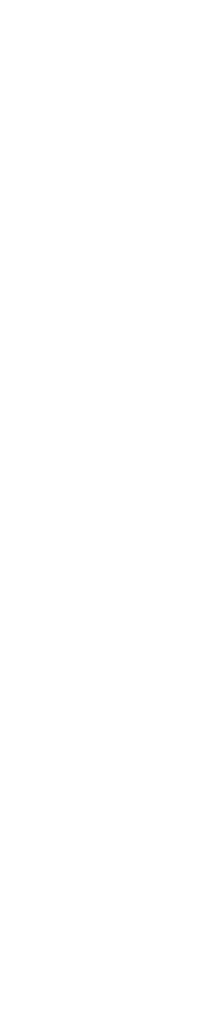
<source format=kicad_pcb>
(kicad_pcb (version 20171130) (host pcbnew "(5.0.1)-4")

  (general
    (thickness 1.6)
    (drawings 29)
    (tracks 0)
    (zones 0)
    (modules 0)
    (nets 1)
  )

  (page A4)
  (layers
    (0 F.Cu signal)
    (31 B.Cu signal)
    (32 B.Adhes user)
    (33 F.Adhes user)
    (34 B.Paste user)
    (35 F.Paste user)
    (36 B.SilkS user)
    (37 F.SilkS user)
    (38 B.Mask user)
    (39 F.Mask user)
    (40 Dwgs.User user)
    (41 Cmts.User user)
    (42 Eco1.User user)
    (43 Eco2.User user)
    (44 Edge.Cuts user)
    (45 Margin user)
    (46 B.CrtYd user)
    (47 F.CrtYd user)
    (48 B.Fab user)
    (49 F.Fab user)
  )

  (setup
    (last_trace_width 0.25)
    (trace_clearance 0.2)
    (zone_clearance 0.508)
    (zone_45_only no)
    (trace_min 0.2)
    (segment_width 0.2)
    (edge_width 0.2)
    (via_size 0.8)
    (via_drill 0.4)
    (via_min_size 0.4)
    (via_min_drill 0.3)
    (uvia_size 0.3)
    (uvia_drill 0.1)
    (uvias_allowed no)
    (uvia_min_size 0.2)
    (uvia_min_drill 0.1)
    (pcb_text_width 0.3)
    (pcb_text_size 1.5 1.5)
    (mod_edge_width 0.15)
    (mod_text_size 1 1)
    (mod_text_width 0.15)
    (pad_size 1.524 1.524)
    (pad_drill 0.762)
    (pad_to_mask_clearance 0.051)
    (solder_mask_min_width 0.25)
    (aux_axis_origin 0 0)
    (visible_elements 7FFFFFFF)
    (pcbplotparams
      (layerselection 0x010f0_ffffffff)
      (usegerberextensions false)
      (usegerberattributes false)
      (usegerberadvancedattributes false)
      (creategerberjobfile false)
      (excludeedgelayer true)
      (linewidth 0.100000)
      (plotframeref false)
      (viasonmask false)
      (mode 1)
      (useauxorigin false)
      (hpglpennumber 1)
      (hpglpenspeed 20)
      (hpglpendiameter 15.000000)
      (psnegative false)
      (psa4output false)
      (plotreference true)
      (plotvalue true)
      (plotinvisibletext false)
      (padsonsilk false)
      (subtractmaskfromsilk false)
      (outputformat 1)
      (mirror false)
      (drillshape 0)
      (scaleselection 1)
      (outputdirectory ""))
  )

  (net 0 "")

  (net_class Default "This is the default net class."
    (clearance 0.2)
    (trace_width 0.25)
    (via_dia 0.8)
    (via_drill 0.4)
    (uvia_dia 0.3)
    (uvia_drill 0.1)
  )

  (gr_circle (center 7.5 125.5) (end 9.107016 125.5) (layer Eco2.User) (width 0.2) (tstamp 5EC89299))
  (gr_circle (center 7.5 3) (end 9.107016 3) (layer Eco2.User) (width 0.2))
  (gr_circle (center 20.8 46.1) (end 22.55 46.1) (layer Eco2.User) (width 0.2))
  (gr_circle (center 18.4 110.4) (end 21.6 110.4) (layer Eco2.User) (width 0.2) (tstamp 5CDEBA11))
  (gr_circle (center 6.6 110.4) (end 9.8 110.4) (layer Eco2.User) (width 0.2) (tstamp 5CDEBA10))
  (gr_circle (center 18.4 99.3) (end 21.6 99.3) (layer Eco2.User) (width 0.2) (tstamp 5CDEBA0D))
  (gr_circle (center 6.6 99.3) (end 9.8 99.3) (layer Eco2.User) (width 0.2) (tstamp 5CDEBA0C))
  (gr_circle (center 18.4 88.2) (end 21.6 88.2) (layer Eco2.User) (width 0.2) (tstamp 5CDEBA09))
  (gr_line (start 2.2 67.8) (end 5.3 67.8) (layer Eco2.User) (width 0.2) (tstamp 5CDEB9FD))
  (gr_line (start 2.2 67.8) (end 2.2 61.7) (layer Eco2.User) (width 0.2) (tstamp 5CDEB9FC))
  (gr_line (start 5.3 61.7) (end 2.2 61.7) (layer Eco2.User) (width 0.2) (tstamp 5CDEB9FB))
  (gr_line (start 5.3 61.7) (end 5.3 67.8) (layer Eco2.User) (width 0.2) (tstamp 5CDEB9FA))
  (gr_line (start 2.2 48.5) (end 5.3 48.5) (layer Eco2.User) (width 0.2) (tstamp 5CDEB9F5))
  (gr_line (start 2.2 48.5) (end 2.2 42.4) (layer Eco2.User) (width 0.2) (tstamp 5CDEB9F4))
  (gr_line (start 5.3 42.4) (end 2.2 42.4) (layer Eco2.User) (width 0.2) (tstamp 5CDEB9F3))
  (gr_line (start 5.3 42.4) (end 5.3 48.5) (layer Eco2.User) (width 0.2) (tstamp 5CDEB9F2))
  (gr_circle (center 6.6 88.2) (end 9.8 88.2) (layer Eco2.User) (width 0.2))
  (gr_line (start 2.2 29.2) (end 5.3 29.2) (layer Eco2.User) (width 0.2) (tstamp 5CDEB9C0))
  (gr_line (start 2.2 29.2) (end 2.2 23.1) (layer Eco2.User) (width 0.2) (tstamp 5CDEB9BF))
  (gr_line (start 5.3 23.1) (end 2.2 23.1) (layer Eco2.User) (width 0.2))
  (gr_line (start 5.3 23.1) (end 5.3 29.2) (layer Eco2.User) (width 0.2))
  (gr_circle (center 12.5 73.6) (end 15.9 73.6) (layer Eco2.User) (width 0.2) (tstamp 5CDEB9B3))
  (gr_circle (center 12.5 54.3) (end 15.9 54.3) (layer Eco2.User) (width 0.2) (tstamp 5CDEB9AF))
  (gr_circle (center 12.5 35) (end 15.9 35) (layer Eco2.User) (width 0.2) (tstamp 5CDEB9A8))
  (gr_circle (center 12.5 15.6) (end 15.9 15.6) (layer Eco2.User) (width 0.2))
  (gr_line (start 0 128.5) (end 0 0) (layer Eco2.User) (width 0.2))
  (gr_line (start 25 128.5) (end 0 128.5) (layer Eco2.User) (width 0.2))
  (gr_line (start 25 0) (end 25 128.5) (layer Eco2.User) (width 0.2))
  (gr_line (start 0 0) (end 25 0) (layer Eco2.User) (width 0.2))

)

</source>
